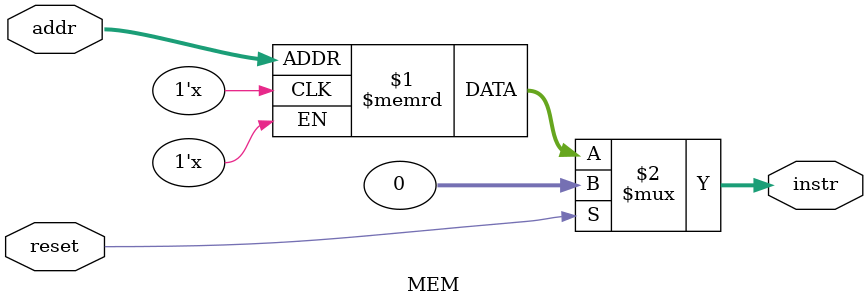
<source format=sv>
module MEM #(parameter W=32, L=1024) (addr,instr,reset);

input logic reset;
input logic [W-1:0] addr;
output logic [W-1:0] instr;
logic [W-1:0] mem [0:L-1];

assign instr=reset?0:mem[addr];

endmodule
</source>
